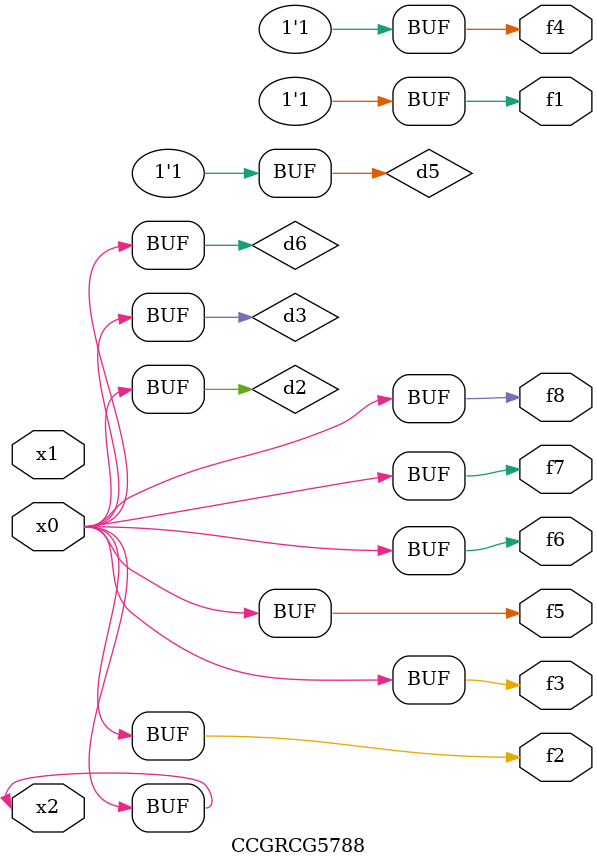
<source format=v>
module CCGRCG5788(
	input x0, x1, x2,
	output f1, f2, f3, f4, f5, f6, f7, f8
);

	wire d1, d2, d3, d4, d5, d6;

	xnor (d1, x2);
	buf (d2, x0, x2);
	and (d3, x0);
	xnor (d4, x1, x2);
	nand (d5, d1, d3);
	buf (d6, d2, d3);
	assign f1 = d5;
	assign f2 = d6;
	assign f3 = d6;
	assign f4 = d5;
	assign f5 = d6;
	assign f6 = d6;
	assign f7 = d6;
	assign f8 = d6;
endmodule

</source>
